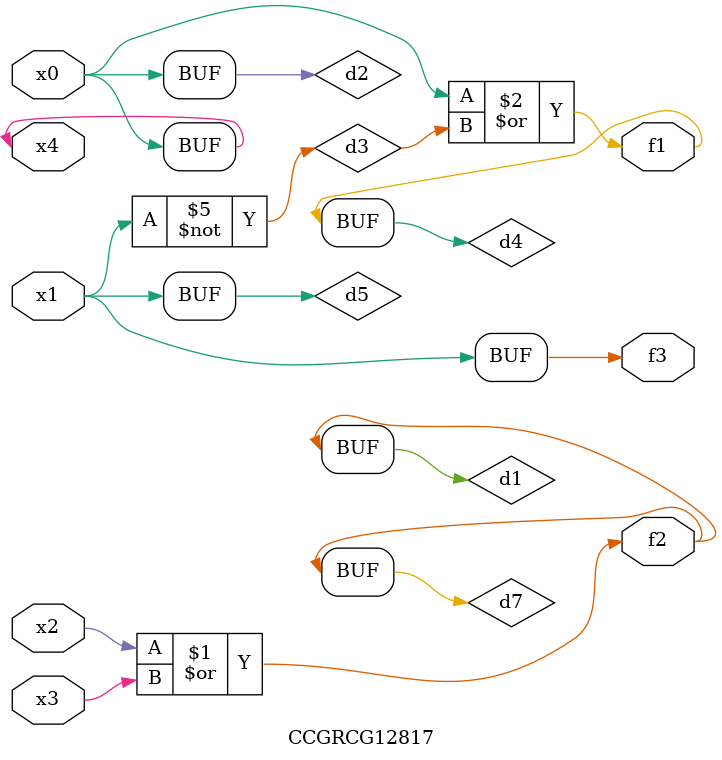
<source format=v>
module CCGRCG12817(
	input x0, x1, x2, x3, x4,
	output f1, f2, f3
);

	wire d1, d2, d3, d4, d5, d6, d7;

	or (d1, x2, x3);
	buf (d2, x0, x4);
	not (d3, x1);
	or (d4, d2, d3);
	not (d5, d3);
	nand (d6, d1, d3);
	or (d7, d1);
	assign f1 = d4;
	assign f2 = d7;
	assign f3 = d5;
endmodule

</source>
